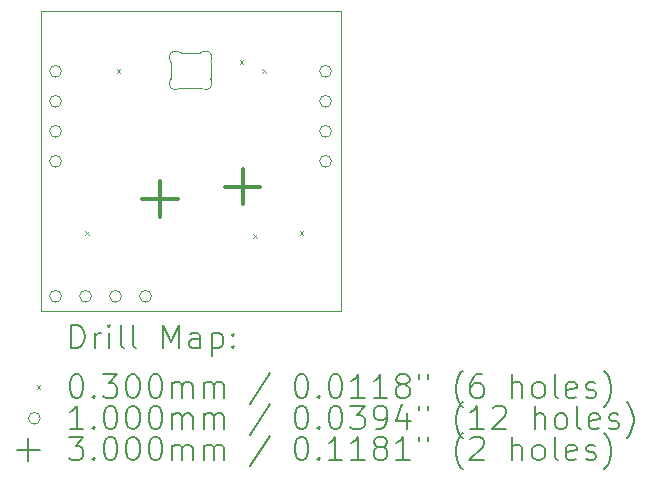
<source format=gbr>
%TF.GenerationSoftware,KiCad,Pcbnew,8.0.5+dfsg-1*%
%TF.CreationDate,2024-10-30T23:40:19+01:00*%
%TF.ProjectId,raddr,72616464-722e-46b6-9963-61645f706362,rev?*%
%TF.SameCoordinates,Original*%
%TF.FileFunction,Drillmap*%
%TF.FilePolarity,Positive*%
%FSLAX45Y45*%
G04 Gerber Fmt 4.5, Leading zero omitted, Abs format (unit mm)*
G04 Created by KiCad (PCBNEW 8.0.5+dfsg-1) date 2024-10-30 23:40:19*
%MOMM*%
%LPD*%
G01*
G04 APERTURE LIST*
%ADD10C,0.050000*%
%ADD11C,0.100000*%
%ADD12C,0.200000*%
%ADD13C,0.300000*%
G04 APERTURE END LIST*
D10*
X-381000Y508000D02*
X2159000Y508000D01*
X2159000Y-2032000D01*
X-381000Y-2032000D01*
X-381000Y508000D01*
D11*
X719000Y77904D02*
X719000Y-62664D01*
X809555Y-142380D02*
X968445Y-142380D01*
X968445Y157620D02*
X809555Y157620D01*
X1059000Y-62664D02*
X1059000Y77904D01*
X714052Y99592D02*
G75*
G02*
X719000Y77904I-44982J-21672D01*
G01*
X714052Y99592D02*
G75*
G02*
X784329Y164450I45051J21688D01*
G01*
X719000Y-62664D02*
G75*
G02*
X714052Y-84352I-50020J4D01*
G01*
X784329Y-149210D02*
G75*
G02*
X714052Y-84352I-25226J43170D01*
G01*
X784329Y-149210D02*
G75*
G02*
X809555Y-142380I25226J-43171D01*
G01*
X809555Y157620D02*
G75*
G02*
X784329Y164450I0J50001D01*
G01*
X968445Y-142380D02*
G75*
G02*
X993671Y-149210I0J-50001D01*
G01*
X993671Y164450D02*
G75*
G02*
X968445Y157620I-25226J43171D01*
G01*
X993671Y164450D02*
G75*
G02*
X1063948Y99592I25226J-43170D01*
G01*
X1059000Y77904D02*
G75*
G02*
X1063948Y99592I49999J0D01*
G01*
X1063948Y-84352D02*
G75*
G02*
X993671Y-149210I-45052J-21688D01*
G01*
X1063948Y-84352D02*
G75*
G02*
X1059000Y-62664I45051J21688D01*
G01*
D12*
D11*
X-2300Y-1356600D02*
X27700Y-1386600D01*
X27700Y-1356600D02*
X-2300Y-1386600D01*
X264400Y15000D02*
X294400Y-15000D01*
X294400Y15000D02*
X264400Y-15000D01*
X1305800Y91200D02*
X1335800Y61200D01*
X1335800Y91200D02*
X1305800Y61200D01*
X1421253Y-1378800D02*
X1451253Y-1408800D01*
X1451253Y-1378800D02*
X1421253Y-1408800D01*
X1496300Y15000D02*
X1526300Y-15000D01*
X1526300Y15000D02*
X1496300Y-15000D01*
X1813800Y-1356600D02*
X1843800Y-1386600D01*
X1843800Y-1356600D02*
X1813800Y-1386600D01*
X-204000Y0D02*
G75*
G02*
X-304000Y0I-50000J0D01*
G01*
X-304000Y0D02*
G75*
G02*
X-204000Y0I50000J0D01*
G01*
X-204000Y-254000D02*
G75*
G02*
X-304000Y-254000I-50000J0D01*
G01*
X-304000Y-254000D02*
G75*
G02*
X-204000Y-254000I50000J0D01*
G01*
X-204000Y-508000D02*
G75*
G02*
X-304000Y-508000I-50000J0D01*
G01*
X-304000Y-508000D02*
G75*
G02*
X-204000Y-508000I50000J0D01*
G01*
X-204000Y-762000D02*
G75*
G02*
X-304000Y-762000I-50000J0D01*
G01*
X-304000Y-762000D02*
G75*
G02*
X-204000Y-762000I50000J0D01*
G01*
X-204000Y-1905000D02*
G75*
G02*
X-304000Y-1905000I-50000J0D01*
G01*
X-304000Y-1905000D02*
G75*
G02*
X-204000Y-1905000I50000J0D01*
G01*
X50000Y-1905000D02*
G75*
G02*
X-50000Y-1905000I-50000J0D01*
G01*
X-50000Y-1905000D02*
G75*
G02*
X50000Y-1905000I50000J0D01*
G01*
X304000Y-1905000D02*
G75*
G02*
X204000Y-1905000I-50000J0D01*
G01*
X204000Y-1905000D02*
G75*
G02*
X304000Y-1905000I50000J0D01*
G01*
X558000Y-1905000D02*
G75*
G02*
X458000Y-1905000I-50000J0D01*
G01*
X458000Y-1905000D02*
G75*
G02*
X558000Y-1905000I50000J0D01*
G01*
X2082000Y0D02*
G75*
G02*
X1982000Y0I-50000J0D01*
G01*
X1982000Y0D02*
G75*
G02*
X2082000Y0I50000J0D01*
G01*
X2082000Y-254000D02*
G75*
G02*
X1982000Y-254000I-50000J0D01*
G01*
X1982000Y-254000D02*
G75*
G02*
X2082000Y-254000I50000J0D01*
G01*
X2082000Y-508000D02*
G75*
G02*
X1982000Y-508000I-50000J0D01*
G01*
X1982000Y-508000D02*
G75*
G02*
X2082000Y-508000I50000J0D01*
G01*
X2082000Y-762000D02*
G75*
G02*
X1982000Y-762000I-50000J0D01*
G01*
X1982000Y-762000D02*
G75*
G02*
X2082000Y-762000I50000J0D01*
G01*
D13*
X629000Y-933000D02*
X629000Y-1233000D01*
X479000Y-1083000D02*
X779000Y-1083000D01*
X1329000Y-828000D02*
X1329000Y-1128000D01*
X1179000Y-978000D02*
X1479000Y-978000D01*
D12*
X-122723Y-2345984D02*
X-122723Y-2145984D01*
X-122723Y-2145984D02*
X-75104Y-2145984D01*
X-75104Y-2145984D02*
X-46533Y-2155508D01*
X-46533Y-2155508D02*
X-27485Y-2174555D01*
X-27485Y-2174555D02*
X-17961Y-2193603D01*
X-17961Y-2193603D02*
X-8437Y-2231698D01*
X-8437Y-2231698D02*
X-8437Y-2260270D01*
X-8437Y-2260270D02*
X-17961Y-2298365D01*
X-17961Y-2298365D02*
X-27485Y-2317412D01*
X-27485Y-2317412D02*
X-46533Y-2336460D01*
X-46533Y-2336460D02*
X-75104Y-2345984D01*
X-75104Y-2345984D02*
X-122723Y-2345984D01*
X77277Y-2345984D02*
X77277Y-2212650D01*
X77277Y-2250746D02*
X86801Y-2231698D01*
X86801Y-2231698D02*
X96324Y-2222174D01*
X96324Y-2222174D02*
X115372Y-2212650D01*
X115372Y-2212650D02*
X134420Y-2212650D01*
X201086Y-2345984D02*
X201086Y-2212650D01*
X201086Y-2145984D02*
X191562Y-2155508D01*
X191562Y-2155508D02*
X201086Y-2165031D01*
X201086Y-2165031D02*
X210610Y-2155508D01*
X210610Y-2155508D02*
X201086Y-2145984D01*
X201086Y-2145984D02*
X201086Y-2165031D01*
X324896Y-2345984D02*
X305848Y-2336460D01*
X305848Y-2336460D02*
X296324Y-2317412D01*
X296324Y-2317412D02*
X296324Y-2145984D01*
X429658Y-2345984D02*
X410610Y-2336460D01*
X410610Y-2336460D02*
X401086Y-2317412D01*
X401086Y-2317412D02*
X401086Y-2145984D01*
X658229Y-2345984D02*
X658229Y-2145984D01*
X658229Y-2145984D02*
X724896Y-2288841D01*
X724896Y-2288841D02*
X791562Y-2145984D01*
X791562Y-2145984D02*
X791562Y-2345984D01*
X972515Y-2345984D02*
X972515Y-2241222D01*
X972515Y-2241222D02*
X962991Y-2222174D01*
X962991Y-2222174D02*
X943943Y-2212650D01*
X943943Y-2212650D02*
X905848Y-2212650D01*
X905848Y-2212650D02*
X886801Y-2222174D01*
X972515Y-2336460D02*
X953467Y-2345984D01*
X953467Y-2345984D02*
X905848Y-2345984D01*
X905848Y-2345984D02*
X886801Y-2336460D01*
X886801Y-2336460D02*
X877277Y-2317412D01*
X877277Y-2317412D02*
X877277Y-2298365D01*
X877277Y-2298365D02*
X886801Y-2279317D01*
X886801Y-2279317D02*
X905848Y-2269793D01*
X905848Y-2269793D02*
X953467Y-2269793D01*
X953467Y-2269793D02*
X972515Y-2260270D01*
X1067753Y-2212650D02*
X1067753Y-2412650D01*
X1067753Y-2222174D02*
X1086801Y-2212650D01*
X1086801Y-2212650D02*
X1124896Y-2212650D01*
X1124896Y-2212650D02*
X1143944Y-2222174D01*
X1143944Y-2222174D02*
X1153467Y-2231698D01*
X1153467Y-2231698D02*
X1162991Y-2250746D01*
X1162991Y-2250746D02*
X1162991Y-2307889D01*
X1162991Y-2307889D02*
X1153467Y-2326936D01*
X1153467Y-2326936D02*
X1143944Y-2336460D01*
X1143944Y-2336460D02*
X1124896Y-2345984D01*
X1124896Y-2345984D02*
X1086801Y-2345984D01*
X1086801Y-2345984D02*
X1067753Y-2336460D01*
X1248705Y-2326936D02*
X1258229Y-2336460D01*
X1258229Y-2336460D02*
X1248705Y-2345984D01*
X1248705Y-2345984D02*
X1239182Y-2336460D01*
X1239182Y-2336460D02*
X1248705Y-2326936D01*
X1248705Y-2326936D02*
X1248705Y-2345984D01*
X1248705Y-2222174D02*
X1258229Y-2231698D01*
X1258229Y-2231698D02*
X1248705Y-2241222D01*
X1248705Y-2241222D02*
X1239182Y-2231698D01*
X1239182Y-2231698D02*
X1248705Y-2222174D01*
X1248705Y-2222174D02*
X1248705Y-2241222D01*
D11*
X-413500Y-2659500D02*
X-383500Y-2689500D01*
X-383500Y-2659500D02*
X-413500Y-2689500D01*
D12*
X-84628Y-2565984D02*
X-65580Y-2565984D01*
X-65580Y-2565984D02*
X-46533Y-2575508D01*
X-46533Y-2575508D02*
X-37009Y-2585031D01*
X-37009Y-2585031D02*
X-27485Y-2604079D01*
X-27485Y-2604079D02*
X-17961Y-2642174D01*
X-17961Y-2642174D02*
X-17961Y-2689793D01*
X-17961Y-2689793D02*
X-27485Y-2727889D01*
X-27485Y-2727889D02*
X-37009Y-2746936D01*
X-37009Y-2746936D02*
X-46533Y-2756460D01*
X-46533Y-2756460D02*
X-65580Y-2765984D01*
X-65580Y-2765984D02*
X-84628Y-2765984D01*
X-84628Y-2765984D02*
X-103675Y-2756460D01*
X-103675Y-2756460D02*
X-113199Y-2746936D01*
X-113199Y-2746936D02*
X-122723Y-2727889D01*
X-122723Y-2727889D02*
X-132247Y-2689793D01*
X-132247Y-2689793D02*
X-132247Y-2642174D01*
X-132247Y-2642174D02*
X-122723Y-2604079D01*
X-122723Y-2604079D02*
X-113199Y-2585031D01*
X-113199Y-2585031D02*
X-103675Y-2575508D01*
X-103675Y-2575508D02*
X-84628Y-2565984D01*
X67753Y-2746936D02*
X77277Y-2756460D01*
X77277Y-2756460D02*
X67753Y-2765984D01*
X67753Y-2765984D02*
X58229Y-2756460D01*
X58229Y-2756460D02*
X67753Y-2746936D01*
X67753Y-2746936D02*
X67753Y-2765984D01*
X143944Y-2565984D02*
X267753Y-2565984D01*
X267753Y-2565984D02*
X201086Y-2642174D01*
X201086Y-2642174D02*
X229658Y-2642174D01*
X229658Y-2642174D02*
X248705Y-2651698D01*
X248705Y-2651698D02*
X258229Y-2661222D01*
X258229Y-2661222D02*
X267753Y-2680270D01*
X267753Y-2680270D02*
X267753Y-2727889D01*
X267753Y-2727889D02*
X258229Y-2746936D01*
X258229Y-2746936D02*
X248705Y-2756460D01*
X248705Y-2756460D02*
X229658Y-2765984D01*
X229658Y-2765984D02*
X172515Y-2765984D01*
X172515Y-2765984D02*
X153467Y-2756460D01*
X153467Y-2756460D02*
X143944Y-2746936D01*
X391562Y-2565984D02*
X410610Y-2565984D01*
X410610Y-2565984D02*
X429658Y-2575508D01*
X429658Y-2575508D02*
X439182Y-2585031D01*
X439182Y-2585031D02*
X448705Y-2604079D01*
X448705Y-2604079D02*
X458229Y-2642174D01*
X458229Y-2642174D02*
X458229Y-2689793D01*
X458229Y-2689793D02*
X448705Y-2727889D01*
X448705Y-2727889D02*
X439182Y-2746936D01*
X439182Y-2746936D02*
X429658Y-2756460D01*
X429658Y-2756460D02*
X410610Y-2765984D01*
X410610Y-2765984D02*
X391562Y-2765984D01*
X391562Y-2765984D02*
X372515Y-2756460D01*
X372515Y-2756460D02*
X362991Y-2746936D01*
X362991Y-2746936D02*
X353467Y-2727889D01*
X353467Y-2727889D02*
X343944Y-2689793D01*
X343944Y-2689793D02*
X343944Y-2642174D01*
X343944Y-2642174D02*
X353467Y-2604079D01*
X353467Y-2604079D02*
X362991Y-2585031D01*
X362991Y-2585031D02*
X372515Y-2575508D01*
X372515Y-2575508D02*
X391562Y-2565984D01*
X582039Y-2565984D02*
X601086Y-2565984D01*
X601086Y-2565984D02*
X620134Y-2575508D01*
X620134Y-2575508D02*
X629658Y-2585031D01*
X629658Y-2585031D02*
X639182Y-2604079D01*
X639182Y-2604079D02*
X648705Y-2642174D01*
X648705Y-2642174D02*
X648705Y-2689793D01*
X648705Y-2689793D02*
X639182Y-2727889D01*
X639182Y-2727889D02*
X629658Y-2746936D01*
X629658Y-2746936D02*
X620134Y-2756460D01*
X620134Y-2756460D02*
X601086Y-2765984D01*
X601086Y-2765984D02*
X582039Y-2765984D01*
X582039Y-2765984D02*
X562991Y-2756460D01*
X562991Y-2756460D02*
X553467Y-2746936D01*
X553467Y-2746936D02*
X543944Y-2727889D01*
X543944Y-2727889D02*
X534420Y-2689793D01*
X534420Y-2689793D02*
X534420Y-2642174D01*
X534420Y-2642174D02*
X543944Y-2604079D01*
X543944Y-2604079D02*
X553467Y-2585031D01*
X553467Y-2585031D02*
X562991Y-2575508D01*
X562991Y-2575508D02*
X582039Y-2565984D01*
X734420Y-2765984D02*
X734420Y-2632650D01*
X734420Y-2651698D02*
X743943Y-2642174D01*
X743943Y-2642174D02*
X762991Y-2632650D01*
X762991Y-2632650D02*
X791563Y-2632650D01*
X791563Y-2632650D02*
X810610Y-2642174D01*
X810610Y-2642174D02*
X820134Y-2661222D01*
X820134Y-2661222D02*
X820134Y-2765984D01*
X820134Y-2661222D02*
X829658Y-2642174D01*
X829658Y-2642174D02*
X848705Y-2632650D01*
X848705Y-2632650D02*
X877277Y-2632650D01*
X877277Y-2632650D02*
X896324Y-2642174D01*
X896324Y-2642174D02*
X905848Y-2661222D01*
X905848Y-2661222D02*
X905848Y-2765984D01*
X1001086Y-2765984D02*
X1001086Y-2632650D01*
X1001086Y-2651698D02*
X1010610Y-2642174D01*
X1010610Y-2642174D02*
X1029658Y-2632650D01*
X1029658Y-2632650D02*
X1058229Y-2632650D01*
X1058229Y-2632650D02*
X1077277Y-2642174D01*
X1077277Y-2642174D02*
X1086801Y-2661222D01*
X1086801Y-2661222D02*
X1086801Y-2765984D01*
X1086801Y-2661222D02*
X1096325Y-2642174D01*
X1096325Y-2642174D02*
X1115372Y-2632650D01*
X1115372Y-2632650D02*
X1143944Y-2632650D01*
X1143944Y-2632650D02*
X1162991Y-2642174D01*
X1162991Y-2642174D02*
X1172515Y-2661222D01*
X1172515Y-2661222D02*
X1172515Y-2765984D01*
X1562991Y-2556460D02*
X1391563Y-2813603D01*
X1820134Y-2565984D02*
X1839182Y-2565984D01*
X1839182Y-2565984D02*
X1858229Y-2575508D01*
X1858229Y-2575508D02*
X1867753Y-2585031D01*
X1867753Y-2585031D02*
X1877277Y-2604079D01*
X1877277Y-2604079D02*
X1886801Y-2642174D01*
X1886801Y-2642174D02*
X1886801Y-2689793D01*
X1886801Y-2689793D02*
X1877277Y-2727889D01*
X1877277Y-2727889D02*
X1867753Y-2746936D01*
X1867753Y-2746936D02*
X1858229Y-2756460D01*
X1858229Y-2756460D02*
X1839182Y-2765984D01*
X1839182Y-2765984D02*
X1820134Y-2765984D01*
X1820134Y-2765984D02*
X1801086Y-2756460D01*
X1801086Y-2756460D02*
X1791563Y-2746936D01*
X1791563Y-2746936D02*
X1782039Y-2727889D01*
X1782039Y-2727889D02*
X1772515Y-2689793D01*
X1772515Y-2689793D02*
X1772515Y-2642174D01*
X1772515Y-2642174D02*
X1782039Y-2604079D01*
X1782039Y-2604079D02*
X1791563Y-2585031D01*
X1791563Y-2585031D02*
X1801086Y-2575508D01*
X1801086Y-2575508D02*
X1820134Y-2565984D01*
X1972515Y-2746936D02*
X1982039Y-2756460D01*
X1982039Y-2756460D02*
X1972515Y-2765984D01*
X1972515Y-2765984D02*
X1962991Y-2756460D01*
X1962991Y-2756460D02*
X1972515Y-2746936D01*
X1972515Y-2746936D02*
X1972515Y-2765984D01*
X2105848Y-2565984D02*
X2124896Y-2565984D01*
X2124896Y-2565984D02*
X2143944Y-2575508D01*
X2143944Y-2575508D02*
X2153468Y-2585031D01*
X2153468Y-2585031D02*
X2162991Y-2604079D01*
X2162991Y-2604079D02*
X2172515Y-2642174D01*
X2172515Y-2642174D02*
X2172515Y-2689793D01*
X2172515Y-2689793D02*
X2162991Y-2727889D01*
X2162991Y-2727889D02*
X2153468Y-2746936D01*
X2153468Y-2746936D02*
X2143944Y-2756460D01*
X2143944Y-2756460D02*
X2124896Y-2765984D01*
X2124896Y-2765984D02*
X2105848Y-2765984D01*
X2105848Y-2765984D02*
X2086801Y-2756460D01*
X2086801Y-2756460D02*
X2077277Y-2746936D01*
X2077277Y-2746936D02*
X2067753Y-2727889D01*
X2067753Y-2727889D02*
X2058229Y-2689793D01*
X2058229Y-2689793D02*
X2058229Y-2642174D01*
X2058229Y-2642174D02*
X2067753Y-2604079D01*
X2067753Y-2604079D02*
X2077277Y-2585031D01*
X2077277Y-2585031D02*
X2086801Y-2575508D01*
X2086801Y-2575508D02*
X2105848Y-2565984D01*
X2362991Y-2765984D02*
X2248706Y-2765984D01*
X2305848Y-2765984D02*
X2305848Y-2565984D01*
X2305848Y-2565984D02*
X2286801Y-2594555D01*
X2286801Y-2594555D02*
X2267753Y-2613603D01*
X2267753Y-2613603D02*
X2248706Y-2623127D01*
X2553468Y-2765984D02*
X2439182Y-2765984D01*
X2496325Y-2765984D02*
X2496325Y-2565984D01*
X2496325Y-2565984D02*
X2477277Y-2594555D01*
X2477277Y-2594555D02*
X2458229Y-2613603D01*
X2458229Y-2613603D02*
X2439182Y-2623127D01*
X2667753Y-2651698D02*
X2648706Y-2642174D01*
X2648706Y-2642174D02*
X2639182Y-2632650D01*
X2639182Y-2632650D02*
X2629658Y-2613603D01*
X2629658Y-2613603D02*
X2629658Y-2604079D01*
X2629658Y-2604079D02*
X2639182Y-2585031D01*
X2639182Y-2585031D02*
X2648706Y-2575508D01*
X2648706Y-2575508D02*
X2667753Y-2565984D01*
X2667753Y-2565984D02*
X2705849Y-2565984D01*
X2705849Y-2565984D02*
X2724896Y-2575508D01*
X2724896Y-2575508D02*
X2734420Y-2585031D01*
X2734420Y-2585031D02*
X2743944Y-2604079D01*
X2743944Y-2604079D02*
X2743944Y-2613603D01*
X2743944Y-2613603D02*
X2734420Y-2632650D01*
X2734420Y-2632650D02*
X2724896Y-2642174D01*
X2724896Y-2642174D02*
X2705849Y-2651698D01*
X2705849Y-2651698D02*
X2667753Y-2651698D01*
X2667753Y-2651698D02*
X2648706Y-2661222D01*
X2648706Y-2661222D02*
X2639182Y-2670746D01*
X2639182Y-2670746D02*
X2629658Y-2689793D01*
X2629658Y-2689793D02*
X2629658Y-2727889D01*
X2629658Y-2727889D02*
X2639182Y-2746936D01*
X2639182Y-2746936D02*
X2648706Y-2756460D01*
X2648706Y-2756460D02*
X2667753Y-2765984D01*
X2667753Y-2765984D02*
X2705849Y-2765984D01*
X2705849Y-2765984D02*
X2724896Y-2756460D01*
X2724896Y-2756460D02*
X2734420Y-2746936D01*
X2734420Y-2746936D02*
X2743944Y-2727889D01*
X2743944Y-2727889D02*
X2743944Y-2689793D01*
X2743944Y-2689793D02*
X2734420Y-2670746D01*
X2734420Y-2670746D02*
X2724896Y-2661222D01*
X2724896Y-2661222D02*
X2705849Y-2651698D01*
X2820134Y-2565984D02*
X2820134Y-2604079D01*
X2896325Y-2565984D02*
X2896325Y-2604079D01*
X3191563Y-2842174D02*
X3182039Y-2832650D01*
X3182039Y-2832650D02*
X3162991Y-2804079D01*
X3162991Y-2804079D02*
X3153468Y-2785031D01*
X3153468Y-2785031D02*
X3143944Y-2756460D01*
X3143944Y-2756460D02*
X3134420Y-2708841D01*
X3134420Y-2708841D02*
X3134420Y-2670746D01*
X3134420Y-2670746D02*
X3143944Y-2623127D01*
X3143944Y-2623127D02*
X3153468Y-2594555D01*
X3153468Y-2594555D02*
X3162991Y-2575508D01*
X3162991Y-2575508D02*
X3182039Y-2546936D01*
X3182039Y-2546936D02*
X3191563Y-2537412D01*
X3353468Y-2565984D02*
X3315372Y-2565984D01*
X3315372Y-2565984D02*
X3296325Y-2575508D01*
X3296325Y-2575508D02*
X3286801Y-2585031D01*
X3286801Y-2585031D02*
X3267753Y-2613603D01*
X3267753Y-2613603D02*
X3258229Y-2651698D01*
X3258229Y-2651698D02*
X3258229Y-2727889D01*
X3258229Y-2727889D02*
X3267753Y-2746936D01*
X3267753Y-2746936D02*
X3277277Y-2756460D01*
X3277277Y-2756460D02*
X3296325Y-2765984D01*
X3296325Y-2765984D02*
X3334420Y-2765984D01*
X3334420Y-2765984D02*
X3353468Y-2756460D01*
X3353468Y-2756460D02*
X3362991Y-2746936D01*
X3362991Y-2746936D02*
X3372515Y-2727889D01*
X3372515Y-2727889D02*
X3372515Y-2680270D01*
X3372515Y-2680270D02*
X3362991Y-2661222D01*
X3362991Y-2661222D02*
X3353468Y-2651698D01*
X3353468Y-2651698D02*
X3334420Y-2642174D01*
X3334420Y-2642174D02*
X3296325Y-2642174D01*
X3296325Y-2642174D02*
X3277277Y-2651698D01*
X3277277Y-2651698D02*
X3267753Y-2661222D01*
X3267753Y-2661222D02*
X3258229Y-2680270D01*
X3610610Y-2765984D02*
X3610610Y-2565984D01*
X3696325Y-2765984D02*
X3696325Y-2661222D01*
X3696325Y-2661222D02*
X3686801Y-2642174D01*
X3686801Y-2642174D02*
X3667753Y-2632650D01*
X3667753Y-2632650D02*
X3639182Y-2632650D01*
X3639182Y-2632650D02*
X3620134Y-2642174D01*
X3620134Y-2642174D02*
X3610610Y-2651698D01*
X3820134Y-2765984D02*
X3801087Y-2756460D01*
X3801087Y-2756460D02*
X3791563Y-2746936D01*
X3791563Y-2746936D02*
X3782039Y-2727889D01*
X3782039Y-2727889D02*
X3782039Y-2670746D01*
X3782039Y-2670746D02*
X3791563Y-2651698D01*
X3791563Y-2651698D02*
X3801087Y-2642174D01*
X3801087Y-2642174D02*
X3820134Y-2632650D01*
X3820134Y-2632650D02*
X3848706Y-2632650D01*
X3848706Y-2632650D02*
X3867753Y-2642174D01*
X3867753Y-2642174D02*
X3877277Y-2651698D01*
X3877277Y-2651698D02*
X3886801Y-2670746D01*
X3886801Y-2670746D02*
X3886801Y-2727889D01*
X3886801Y-2727889D02*
X3877277Y-2746936D01*
X3877277Y-2746936D02*
X3867753Y-2756460D01*
X3867753Y-2756460D02*
X3848706Y-2765984D01*
X3848706Y-2765984D02*
X3820134Y-2765984D01*
X4001087Y-2765984D02*
X3982039Y-2756460D01*
X3982039Y-2756460D02*
X3972515Y-2737412D01*
X3972515Y-2737412D02*
X3972515Y-2565984D01*
X4153468Y-2756460D02*
X4134420Y-2765984D01*
X4134420Y-2765984D02*
X4096325Y-2765984D01*
X4096325Y-2765984D02*
X4077277Y-2756460D01*
X4077277Y-2756460D02*
X4067753Y-2737412D01*
X4067753Y-2737412D02*
X4067753Y-2661222D01*
X4067753Y-2661222D02*
X4077277Y-2642174D01*
X4077277Y-2642174D02*
X4096325Y-2632650D01*
X4096325Y-2632650D02*
X4134420Y-2632650D01*
X4134420Y-2632650D02*
X4153468Y-2642174D01*
X4153468Y-2642174D02*
X4162991Y-2661222D01*
X4162991Y-2661222D02*
X4162991Y-2680270D01*
X4162991Y-2680270D02*
X4067753Y-2699317D01*
X4239182Y-2756460D02*
X4258230Y-2765984D01*
X4258230Y-2765984D02*
X4296325Y-2765984D01*
X4296325Y-2765984D02*
X4315373Y-2756460D01*
X4315373Y-2756460D02*
X4324896Y-2737412D01*
X4324896Y-2737412D02*
X4324896Y-2727889D01*
X4324896Y-2727889D02*
X4315373Y-2708841D01*
X4315373Y-2708841D02*
X4296325Y-2699317D01*
X4296325Y-2699317D02*
X4267753Y-2699317D01*
X4267753Y-2699317D02*
X4248706Y-2689793D01*
X4248706Y-2689793D02*
X4239182Y-2670746D01*
X4239182Y-2670746D02*
X4239182Y-2661222D01*
X4239182Y-2661222D02*
X4248706Y-2642174D01*
X4248706Y-2642174D02*
X4267753Y-2632650D01*
X4267753Y-2632650D02*
X4296325Y-2632650D01*
X4296325Y-2632650D02*
X4315373Y-2642174D01*
X4391563Y-2842174D02*
X4401087Y-2832650D01*
X4401087Y-2832650D02*
X4420134Y-2804079D01*
X4420134Y-2804079D02*
X4429658Y-2785031D01*
X4429658Y-2785031D02*
X4439182Y-2756460D01*
X4439182Y-2756460D02*
X4448706Y-2708841D01*
X4448706Y-2708841D02*
X4448706Y-2670746D01*
X4448706Y-2670746D02*
X4439182Y-2623127D01*
X4439182Y-2623127D02*
X4429658Y-2594555D01*
X4429658Y-2594555D02*
X4420134Y-2575508D01*
X4420134Y-2575508D02*
X4401087Y-2546936D01*
X4401087Y-2546936D02*
X4391563Y-2537412D01*
D11*
X-383500Y-2938500D02*
G75*
G02*
X-483500Y-2938500I-50000J0D01*
G01*
X-483500Y-2938500D02*
G75*
G02*
X-383500Y-2938500I50000J0D01*
G01*
D12*
X-17961Y-3029984D02*
X-132247Y-3029984D01*
X-75104Y-3029984D02*
X-75104Y-2829984D01*
X-75104Y-2829984D02*
X-94152Y-2858555D01*
X-94152Y-2858555D02*
X-113199Y-2877603D01*
X-113199Y-2877603D02*
X-132247Y-2887127D01*
X67753Y-3010936D02*
X77277Y-3020460D01*
X77277Y-3020460D02*
X67753Y-3029984D01*
X67753Y-3029984D02*
X58229Y-3020460D01*
X58229Y-3020460D02*
X67753Y-3010936D01*
X67753Y-3010936D02*
X67753Y-3029984D01*
X201086Y-2829984D02*
X220134Y-2829984D01*
X220134Y-2829984D02*
X239182Y-2839508D01*
X239182Y-2839508D02*
X248705Y-2849031D01*
X248705Y-2849031D02*
X258229Y-2868079D01*
X258229Y-2868079D02*
X267753Y-2906174D01*
X267753Y-2906174D02*
X267753Y-2953793D01*
X267753Y-2953793D02*
X258229Y-2991888D01*
X258229Y-2991888D02*
X248705Y-3010936D01*
X248705Y-3010936D02*
X239182Y-3020460D01*
X239182Y-3020460D02*
X220134Y-3029984D01*
X220134Y-3029984D02*
X201086Y-3029984D01*
X201086Y-3029984D02*
X182039Y-3020460D01*
X182039Y-3020460D02*
X172515Y-3010936D01*
X172515Y-3010936D02*
X162991Y-2991888D01*
X162991Y-2991888D02*
X153467Y-2953793D01*
X153467Y-2953793D02*
X153467Y-2906174D01*
X153467Y-2906174D02*
X162991Y-2868079D01*
X162991Y-2868079D02*
X172515Y-2849031D01*
X172515Y-2849031D02*
X182039Y-2839508D01*
X182039Y-2839508D02*
X201086Y-2829984D01*
X391562Y-2829984D02*
X410610Y-2829984D01*
X410610Y-2829984D02*
X429658Y-2839508D01*
X429658Y-2839508D02*
X439182Y-2849031D01*
X439182Y-2849031D02*
X448705Y-2868079D01*
X448705Y-2868079D02*
X458229Y-2906174D01*
X458229Y-2906174D02*
X458229Y-2953793D01*
X458229Y-2953793D02*
X448705Y-2991888D01*
X448705Y-2991888D02*
X439182Y-3010936D01*
X439182Y-3010936D02*
X429658Y-3020460D01*
X429658Y-3020460D02*
X410610Y-3029984D01*
X410610Y-3029984D02*
X391562Y-3029984D01*
X391562Y-3029984D02*
X372515Y-3020460D01*
X372515Y-3020460D02*
X362991Y-3010936D01*
X362991Y-3010936D02*
X353467Y-2991888D01*
X353467Y-2991888D02*
X343944Y-2953793D01*
X343944Y-2953793D02*
X343944Y-2906174D01*
X343944Y-2906174D02*
X353467Y-2868079D01*
X353467Y-2868079D02*
X362991Y-2849031D01*
X362991Y-2849031D02*
X372515Y-2839508D01*
X372515Y-2839508D02*
X391562Y-2829984D01*
X582039Y-2829984D02*
X601086Y-2829984D01*
X601086Y-2829984D02*
X620134Y-2839508D01*
X620134Y-2839508D02*
X629658Y-2849031D01*
X629658Y-2849031D02*
X639182Y-2868079D01*
X639182Y-2868079D02*
X648705Y-2906174D01*
X648705Y-2906174D02*
X648705Y-2953793D01*
X648705Y-2953793D02*
X639182Y-2991888D01*
X639182Y-2991888D02*
X629658Y-3010936D01*
X629658Y-3010936D02*
X620134Y-3020460D01*
X620134Y-3020460D02*
X601086Y-3029984D01*
X601086Y-3029984D02*
X582039Y-3029984D01*
X582039Y-3029984D02*
X562991Y-3020460D01*
X562991Y-3020460D02*
X553467Y-3010936D01*
X553467Y-3010936D02*
X543944Y-2991888D01*
X543944Y-2991888D02*
X534420Y-2953793D01*
X534420Y-2953793D02*
X534420Y-2906174D01*
X534420Y-2906174D02*
X543944Y-2868079D01*
X543944Y-2868079D02*
X553467Y-2849031D01*
X553467Y-2849031D02*
X562991Y-2839508D01*
X562991Y-2839508D02*
X582039Y-2829984D01*
X734420Y-3029984D02*
X734420Y-2896650D01*
X734420Y-2915698D02*
X743943Y-2906174D01*
X743943Y-2906174D02*
X762991Y-2896650D01*
X762991Y-2896650D02*
X791563Y-2896650D01*
X791563Y-2896650D02*
X810610Y-2906174D01*
X810610Y-2906174D02*
X820134Y-2925222D01*
X820134Y-2925222D02*
X820134Y-3029984D01*
X820134Y-2925222D02*
X829658Y-2906174D01*
X829658Y-2906174D02*
X848705Y-2896650D01*
X848705Y-2896650D02*
X877277Y-2896650D01*
X877277Y-2896650D02*
X896324Y-2906174D01*
X896324Y-2906174D02*
X905848Y-2925222D01*
X905848Y-2925222D02*
X905848Y-3029984D01*
X1001086Y-3029984D02*
X1001086Y-2896650D01*
X1001086Y-2915698D02*
X1010610Y-2906174D01*
X1010610Y-2906174D02*
X1029658Y-2896650D01*
X1029658Y-2896650D02*
X1058229Y-2896650D01*
X1058229Y-2896650D02*
X1077277Y-2906174D01*
X1077277Y-2906174D02*
X1086801Y-2925222D01*
X1086801Y-2925222D02*
X1086801Y-3029984D01*
X1086801Y-2925222D02*
X1096325Y-2906174D01*
X1096325Y-2906174D02*
X1115372Y-2896650D01*
X1115372Y-2896650D02*
X1143944Y-2896650D01*
X1143944Y-2896650D02*
X1162991Y-2906174D01*
X1162991Y-2906174D02*
X1172515Y-2925222D01*
X1172515Y-2925222D02*
X1172515Y-3029984D01*
X1562991Y-2820460D02*
X1391563Y-3077603D01*
X1820134Y-2829984D02*
X1839182Y-2829984D01*
X1839182Y-2829984D02*
X1858229Y-2839508D01*
X1858229Y-2839508D02*
X1867753Y-2849031D01*
X1867753Y-2849031D02*
X1877277Y-2868079D01*
X1877277Y-2868079D02*
X1886801Y-2906174D01*
X1886801Y-2906174D02*
X1886801Y-2953793D01*
X1886801Y-2953793D02*
X1877277Y-2991888D01*
X1877277Y-2991888D02*
X1867753Y-3010936D01*
X1867753Y-3010936D02*
X1858229Y-3020460D01*
X1858229Y-3020460D02*
X1839182Y-3029984D01*
X1839182Y-3029984D02*
X1820134Y-3029984D01*
X1820134Y-3029984D02*
X1801086Y-3020460D01*
X1801086Y-3020460D02*
X1791563Y-3010936D01*
X1791563Y-3010936D02*
X1782039Y-2991888D01*
X1782039Y-2991888D02*
X1772515Y-2953793D01*
X1772515Y-2953793D02*
X1772515Y-2906174D01*
X1772515Y-2906174D02*
X1782039Y-2868079D01*
X1782039Y-2868079D02*
X1791563Y-2849031D01*
X1791563Y-2849031D02*
X1801086Y-2839508D01*
X1801086Y-2839508D02*
X1820134Y-2829984D01*
X1972515Y-3010936D02*
X1982039Y-3020460D01*
X1982039Y-3020460D02*
X1972515Y-3029984D01*
X1972515Y-3029984D02*
X1962991Y-3020460D01*
X1962991Y-3020460D02*
X1972515Y-3010936D01*
X1972515Y-3010936D02*
X1972515Y-3029984D01*
X2105848Y-2829984D02*
X2124896Y-2829984D01*
X2124896Y-2829984D02*
X2143944Y-2839508D01*
X2143944Y-2839508D02*
X2153468Y-2849031D01*
X2153468Y-2849031D02*
X2162991Y-2868079D01*
X2162991Y-2868079D02*
X2172515Y-2906174D01*
X2172515Y-2906174D02*
X2172515Y-2953793D01*
X2172515Y-2953793D02*
X2162991Y-2991888D01*
X2162991Y-2991888D02*
X2153468Y-3010936D01*
X2153468Y-3010936D02*
X2143944Y-3020460D01*
X2143944Y-3020460D02*
X2124896Y-3029984D01*
X2124896Y-3029984D02*
X2105848Y-3029984D01*
X2105848Y-3029984D02*
X2086801Y-3020460D01*
X2086801Y-3020460D02*
X2077277Y-3010936D01*
X2077277Y-3010936D02*
X2067753Y-2991888D01*
X2067753Y-2991888D02*
X2058229Y-2953793D01*
X2058229Y-2953793D02*
X2058229Y-2906174D01*
X2058229Y-2906174D02*
X2067753Y-2868079D01*
X2067753Y-2868079D02*
X2077277Y-2849031D01*
X2077277Y-2849031D02*
X2086801Y-2839508D01*
X2086801Y-2839508D02*
X2105848Y-2829984D01*
X2239182Y-2829984D02*
X2362991Y-2829984D01*
X2362991Y-2829984D02*
X2296325Y-2906174D01*
X2296325Y-2906174D02*
X2324896Y-2906174D01*
X2324896Y-2906174D02*
X2343944Y-2915698D01*
X2343944Y-2915698D02*
X2353468Y-2925222D01*
X2353468Y-2925222D02*
X2362991Y-2944269D01*
X2362991Y-2944269D02*
X2362991Y-2991888D01*
X2362991Y-2991888D02*
X2353468Y-3010936D01*
X2353468Y-3010936D02*
X2343944Y-3020460D01*
X2343944Y-3020460D02*
X2324896Y-3029984D01*
X2324896Y-3029984D02*
X2267753Y-3029984D01*
X2267753Y-3029984D02*
X2248706Y-3020460D01*
X2248706Y-3020460D02*
X2239182Y-3010936D01*
X2458229Y-3029984D02*
X2496325Y-3029984D01*
X2496325Y-3029984D02*
X2515372Y-3020460D01*
X2515372Y-3020460D02*
X2524896Y-3010936D01*
X2524896Y-3010936D02*
X2543944Y-2982365D01*
X2543944Y-2982365D02*
X2553468Y-2944269D01*
X2553468Y-2944269D02*
X2553468Y-2868079D01*
X2553468Y-2868079D02*
X2543944Y-2849031D01*
X2543944Y-2849031D02*
X2534420Y-2839508D01*
X2534420Y-2839508D02*
X2515372Y-2829984D01*
X2515372Y-2829984D02*
X2477277Y-2829984D01*
X2477277Y-2829984D02*
X2458229Y-2839508D01*
X2458229Y-2839508D02*
X2448706Y-2849031D01*
X2448706Y-2849031D02*
X2439182Y-2868079D01*
X2439182Y-2868079D02*
X2439182Y-2915698D01*
X2439182Y-2915698D02*
X2448706Y-2934746D01*
X2448706Y-2934746D02*
X2458229Y-2944269D01*
X2458229Y-2944269D02*
X2477277Y-2953793D01*
X2477277Y-2953793D02*
X2515372Y-2953793D01*
X2515372Y-2953793D02*
X2534420Y-2944269D01*
X2534420Y-2944269D02*
X2543944Y-2934746D01*
X2543944Y-2934746D02*
X2553468Y-2915698D01*
X2724896Y-2896650D02*
X2724896Y-3029984D01*
X2677277Y-2820460D02*
X2629658Y-2963317D01*
X2629658Y-2963317D02*
X2753468Y-2963317D01*
X2820134Y-2829984D02*
X2820134Y-2868079D01*
X2896325Y-2829984D02*
X2896325Y-2868079D01*
X3191563Y-3106174D02*
X3182039Y-3096650D01*
X3182039Y-3096650D02*
X3162991Y-3068079D01*
X3162991Y-3068079D02*
X3153468Y-3049031D01*
X3153468Y-3049031D02*
X3143944Y-3020460D01*
X3143944Y-3020460D02*
X3134420Y-2972841D01*
X3134420Y-2972841D02*
X3134420Y-2934746D01*
X3134420Y-2934746D02*
X3143944Y-2887127D01*
X3143944Y-2887127D02*
X3153468Y-2858555D01*
X3153468Y-2858555D02*
X3162991Y-2839508D01*
X3162991Y-2839508D02*
X3182039Y-2810936D01*
X3182039Y-2810936D02*
X3191563Y-2801412D01*
X3372515Y-3029984D02*
X3258229Y-3029984D01*
X3315372Y-3029984D02*
X3315372Y-2829984D01*
X3315372Y-2829984D02*
X3296325Y-2858555D01*
X3296325Y-2858555D02*
X3277277Y-2877603D01*
X3277277Y-2877603D02*
X3258229Y-2887127D01*
X3448706Y-2849031D02*
X3458229Y-2839508D01*
X3458229Y-2839508D02*
X3477277Y-2829984D01*
X3477277Y-2829984D02*
X3524896Y-2829984D01*
X3524896Y-2829984D02*
X3543944Y-2839508D01*
X3543944Y-2839508D02*
X3553468Y-2849031D01*
X3553468Y-2849031D02*
X3562991Y-2868079D01*
X3562991Y-2868079D02*
X3562991Y-2887127D01*
X3562991Y-2887127D02*
X3553468Y-2915698D01*
X3553468Y-2915698D02*
X3439182Y-3029984D01*
X3439182Y-3029984D02*
X3562991Y-3029984D01*
X3801087Y-3029984D02*
X3801087Y-2829984D01*
X3886801Y-3029984D02*
X3886801Y-2925222D01*
X3886801Y-2925222D02*
X3877277Y-2906174D01*
X3877277Y-2906174D02*
X3858230Y-2896650D01*
X3858230Y-2896650D02*
X3829658Y-2896650D01*
X3829658Y-2896650D02*
X3810610Y-2906174D01*
X3810610Y-2906174D02*
X3801087Y-2915698D01*
X4010610Y-3029984D02*
X3991563Y-3020460D01*
X3991563Y-3020460D02*
X3982039Y-3010936D01*
X3982039Y-3010936D02*
X3972515Y-2991888D01*
X3972515Y-2991888D02*
X3972515Y-2934746D01*
X3972515Y-2934746D02*
X3982039Y-2915698D01*
X3982039Y-2915698D02*
X3991563Y-2906174D01*
X3991563Y-2906174D02*
X4010610Y-2896650D01*
X4010610Y-2896650D02*
X4039182Y-2896650D01*
X4039182Y-2896650D02*
X4058230Y-2906174D01*
X4058230Y-2906174D02*
X4067753Y-2915698D01*
X4067753Y-2915698D02*
X4077277Y-2934746D01*
X4077277Y-2934746D02*
X4077277Y-2991888D01*
X4077277Y-2991888D02*
X4067753Y-3010936D01*
X4067753Y-3010936D02*
X4058230Y-3020460D01*
X4058230Y-3020460D02*
X4039182Y-3029984D01*
X4039182Y-3029984D02*
X4010610Y-3029984D01*
X4191563Y-3029984D02*
X4172515Y-3020460D01*
X4172515Y-3020460D02*
X4162991Y-3001412D01*
X4162991Y-3001412D02*
X4162991Y-2829984D01*
X4343944Y-3020460D02*
X4324896Y-3029984D01*
X4324896Y-3029984D02*
X4286801Y-3029984D01*
X4286801Y-3029984D02*
X4267753Y-3020460D01*
X4267753Y-3020460D02*
X4258230Y-3001412D01*
X4258230Y-3001412D02*
X4258230Y-2925222D01*
X4258230Y-2925222D02*
X4267753Y-2906174D01*
X4267753Y-2906174D02*
X4286801Y-2896650D01*
X4286801Y-2896650D02*
X4324896Y-2896650D01*
X4324896Y-2896650D02*
X4343944Y-2906174D01*
X4343944Y-2906174D02*
X4353468Y-2925222D01*
X4353468Y-2925222D02*
X4353468Y-2944269D01*
X4353468Y-2944269D02*
X4258230Y-2963317D01*
X4429658Y-3020460D02*
X4448706Y-3029984D01*
X4448706Y-3029984D02*
X4486801Y-3029984D01*
X4486801Y-3029984D02*
X4505849Y-3020460D01*
X4505849Y-3020460D02*
X4515373Y-3001412D01*
X4515373Y-3001412D02*
X4515373Y-2991888D01*
X4515373Y-2991888D02*
X4505849Y-2972841D01*
X4505849Y-2972841D02*
X4486801Y-2963317D01*
X4486801Y-2963317D02*
X4458230Y-2963317D01*
X4458230Y-2963317D02*
X4439182Y-2953793D01*
X4439182Y-2953793D02*
X4429658Y-2934746D01*
X4429658Y-2934746D02*
X4429658Y-2925222D01*
X4429658Y-2925222D02*
X4439182Y-2906174D01*
X4439182Y-2906174D02*
X4458230Y-2896650D01*
X4458230Y-2896650D02*
X4486801Y-2896650D01*
X4486801Y-2896650D02*
X4505849Y-2906174D01*
X4582039Y-3106174D02*
X4591563Y-3096650D01*
X4591563Y-3096650D02*
X4610611Y-3068079D01*
X4610611Y-3068079D02*
X4620134Y-3049031D01*
X4620134Y-3049031D02*
X4629658Y-3020460D01*
X4629658Y-3020460D02*
X4639182Y-2972841D01*
X4639182Y-2972841D02*
X4639182Y-2934746D01*
X4639182Y-2934746D02*
X4629658Y-2887127D01*
X4629658Y-2887127D02*
X4620134Y-2858555D01*
X4620134Y-2858555D02*
X4610611Y-2839508D01*
X4610611Y-2839508D02*
X4591563Y-2810936D01*
X4591563Y-2810936D02*
X4582039Y-2801412D01*
X-483500Y-3102500D02*
X-483500Y-3302500D01*
X-583500Y-3202500D02*
X-383500Y-3202500D01*
X-141771Y-3093984D02*
X-17961Y-3093984D01*
X-17961Y-3093984D02*
X-84628Y-3170174D01*
X-84628Y-3170174D02*
X-56056Y-3170174D01*
X-56056Y-3170174D02*
X-37009Y-3179698D01*
X-37009Y-3179698D02*
X-27485Y-3189222D01*
X-27485Y-3189222D02*
X-17961Y-3208269D01*
X-17961Y-3208269D02*
X-17961Y-3255888D01*
X-17961Y-3255888D02*
X-27485Y-3274936D01*
X-27485Y-3274936D02*
X-37009Y-3284460D01*
X-37009Y-3284460D02*
X-56056Y-3293984D01*
X-56056Y-3293984D02*
X-113199Y-3293984D01*
X-113199Y-3293984D02*
X-132247Y-3284460D01*
X-132247Y-3284460D02*
X-141771Y-3274936D01*
X67753Y-3274936D02*
X77277Y-3284460D01*
X77277Y-3284460D02*
X67753Y-3293984D01*
X67753Y-3293984D02*
X58229Y-3284460D01*
X58229Y-3284460D02*
X67753Y-3274936D01*
X67753Y-3274936D02*
X67753Y-3293984D01*
X201086Y-3093984D02*
X220134Y-3093984D01*
X220134Y-3093984D02*
X239182Y-3103508D01*
X239182Y-3103508D02*
X248705Y-3113031D01*
X248705Y-3113031D02*
X258229Y-3132079D01*
X258229Y-3132079D02*
X267753Y-3170174D01*
X267753Y-3170174D02*
X267753Y-3217793D01*
X267753Y-3217793D02*
X258229Y-3255888D01*
X258229Y-3255888D02*
X248705Y-3274936D01*
X248705Y-3274936D02*
X239182Y-3284460D01*
X239182Y-3284460D02*
X220134Y-3293984D01*
X220134Y-3293984D02*
X201086Y-3293984D01*
X201086Y-3293984D02*
X182039Y-3284460D01*
X182039Y-3284460D02*
X172515Y-3274936D01*
X172515Y-3274936D02*
X162991Y-3255888D01*
X162991Y-3255888D02*
X153467Y-3217793D01*
X153467Y-3217793D02*
X153467Y-3170174D01*
X153467Y-3170174D02*
X162991Y-3132079D01*
X162991Y-3132079D02*
X172515Y-3113031D01*
X172515Y-3113031D02*
X182039Y-3103508D01*
X182039Y-3103508D02*
X201086Y-3093984D01*
X391562Y-3093984D02*
X410610Y-3093984D01*
X410610Y-3093984D02*
X429658Y-3103508D01*
X429658Y-3103508D02*
X439182Y-3113031D01*
X439182Y-3113031D02*
X448705Y-3132079D01*
X448705Y-3132079D02*
X458229Y-3170174D01*
X458229Y-3170174D02*
X458229Y-3217793D01*
X458229Y-3217793D02*
X448705Y-3255888D01*
X448705Y-3255888D02*
X439182Y-3274936D01*
X439182Y-3274936D02*
X429658Y-3284460D01*
X429658Y-3284460D02*
X410610Y-3293984D01*
X410610Y-3293984D02*
X391562Y-3293984D01*
X391562Y-3293984D02*
X372515Y-3284460D01*
X372515Y-3284460D02*
X362991Y-3274936D01*
X362991Y-3274936D02*
X353467Y-3255888D01*
X353467Y-3255888D02*
X343944Y-3217793D01*
X343944Y-3217793D02*
X343944Y-3170174D01*
X343944Y-3170174D02*
X353467Y-3132079D01*
X353467Y-3132079D02*
X362991Y-3113031D01*
X362991Y-3113031D02*
X372515Y-3103508D01*
X372515Y-3103508D02*
X391562Y-3093984D01*
X582039Y-3093984D02*
X601086Y-3093984D01*
X601086Y-3093984D02*
X620134Y-3103508D01*
X620134Y-3103508D02*
X629658Y-3113031D01*
X629658Y-3113031D02*
X639182Y-3132079D01*
X639182Y-3132079D02*
X648705Y-3170174D01*
X648705Y-3170174D02*
X648705Y-3217793D01*
X648705Y-3217793D02*
X639182Y-3255888D01*
X639182Y-3255888D02*
X629658Y-3274936D01*
X629658Y-3274936D02*
X620134Y-3284460D01*
X620134Y-3284460D02*
X601086Y-3293984D01*
X601086Y-3293984D02*
X582039Y-3293984D01*
X582039Y-3293984D02*
X562991Y-3284460D01*
X562991Y-3284460D02*
X553467Y-3274936D01*
X553467Y-3274936D02*
X543944Y-3255888D01*
X543944Y-3255888D02*
X534420Y-3217793D01*
X534420Y-3217793D02*
X534420Y-3170174D01*
X534420Y-3170174D02*
X543944Y-3132079D01*
X543944Y-3132079D02*
X553467Y-3113031D01*
X553467Y-3113031D02*
X562991Y-3103508D01*
X562991Y-3103508D02*
X582039Y-3093984D01*
X734420Y-3293984D02*
X734420Y-3160650D01*
X734420Y-3179698D02*
X743943Y-3170174D01*
X743943Y-3170174D02*
X762991Y-3160650D01*
X762991Y-3160650D02*
X791563Y-3160650D01*
X791563Y-3160650D02*
X810610Y-3170174D01*
X810610Y-3170174D02*
X820134Y-3189222D01*
X820134Y-3189222D02*
X820134Y-3293984D01*
X820134Y-3189222D02*
X829658Y-3170174D01*
X829658Y-3170174D02*
X848705Y-3160650D01*
X848705Y-3160650D02*
X877277Y-3160650D01*
X877277Y-3160650D02*
X896324Y-3170174D01*
X896324Y-3170174D02*
X905848Y-3189222D01*
X905848Y-3189222D02*
X905848Y-3293984D01*
X1001086Y-3293984D02*
X1001086Y-3160650D01*
X1001086Y-3179698D02*
X1010610Y-3170174D01*
X1010610Y-3170174D02*
X1029658Y-3160650D01*
X1029658Y-3160650D02*
X1058229Y-3160650D01*
X1058229Y-3160650D02*
X1077277Y-3170174D01*
X1077277Y-3170174D02*
X1086801Y-3189222D01*
X1086801Y-3189222D02*
X1086801Y-3293984D01*
X1086801Y-3189222D02*
X1096325Y-3170174D01*
X1096325Y-3170174D02*
X1115372Y-3160650D01*
X1115372Y-3160650D02*
X1143944Y-3160650D01*
X1143944Y-3160650D02*
X1162991Y-3170174D01*
X1162991Y-3170174D02*
X1172515Y-3189222D01*
X1172515Y-3189222D02*
X1172515Y-3293984D01*
X1562991Y-3084460D02*
X1391563Y-3341603D01*
X1820134Y-3093984D02*
X1839182Y-3093984D01*
X1839182Y-3093984D02*
X1858229Y-3103508D01*
X1858229Y-3103508D02*
X1867753Y-3113031D01*
X1867753Y-3113031D02*
X1877277Y-3132079D01*
X1877277Y-3132079D02*
X1886801Y-3170174D01*
X1886801Y-3170174D02*
X1886801Y-3217793D01*
X1886801Y-3217793D02*
X1877277Y-3255888D01*
X1877277Y-3255888D02*
X1867753Y-3274936D01*
X1867753Y-3274936D02*
X1858229Y-3284460D01*
X1858229Y-3284460D02*
X1839182Y-3293984D01*
X1839182Y-3293984D02*
X1820134Y-3293984D01*
X1820134Y-3293984D02*
X1801086Y-3284460D01*
X1801086Y-3284460D02*
X1791563Y-3274936D01*
X1791563Y-3274936D02*
X1782039Y-3255888D01*
X1782039Y-3255888D02*
X1772515Y-3217793D01*
X1772515Y-3217793D02*
X1772515Y-3170174D01*
X1772515Y-3170174D02*
X1782039Y-3132079D01*
X1782039Y-3132079D02*
X1791563Y-3113031D01*
X1791563Y-3113031D02*
X1801086Y-3103508D01*
X1801086Y-3103508D02*
X1820134Y-3093984D01*
X1972515Y-3274936D02*
X1982039Y-3284460D01*
X1982039Y-3284460D02*
X1972515Y-3293984D01*
X1972515Y-3293984D02*
X1962991Y-3284460D01*
X1962991Y-3284460D02*
X1972515Y-3274936D01*
X1972515Y-3274936D02*
X1972515Y-3293984D01*
X2172515Y-3293984D02*
X2058229Y-3293984D01*
X2115372Y-3293984D02*
X2115372Y-3093984D01*
X2115372Y-3093984D02*
X2096325Y-3122555D01*
X2096325Y-3122555D02*
X2077277Y-3141603D01*
X2077277Y-3141603D02*
X2058229Y-3151127D01*
X2362991Y-3293984D02*
X2248706Y-3293984D01*
X2305848Y-3293984D02*
X2305848Y-3093984D01*
X2305848Y-3093984D02*
X2286801Y-3122555D01*
X2286801Y-3122555D02*
X2267753Y-3141603D01*
X2267753Y-3141603D02*
X2248706Y-3151127D01*
X2477277Y-3179698D02*
X2458229Y-3170174D01*
X2458229Y-3170174D02*
X2448706Y-3160650D01*
X2448706Y-3160650D02*
X2439182Y-3141603D01*
X2439182Y-3141603D02*
X2439182Y-3132079D01*
X2439182Y-3132079D02*
X2448706Y-3113031D01*
X2448706Y-3113031D02*
X2458229Y-3103508D01*
X2458229Y-3103508D02*
X2477277Y-3093984D01*
X2477277Y-3093984D02*
X2515372Y-3093984D01*
X2515372Y-3093984D02*
X2534420Y-3103508D01*
X2534420Y-3103508D02*
X2543944Y-3113031D01*
X2543944Y-3113031D02*
X2553468Y-3132079D01*
X2553468Y-3132079D02*
X2553468Y-3141603D01*
X2553468Y-3141603D02*
X2543944Y-3160650D01*
X2543944Y-3160650D02*
X2534420Y-3170174D01*
X2534420Y-3170174D02*
X2515372Y-3179698D01*
X2515372Y-3179698D02*
X2477277Y-3179698D01*
X2477277Y-3179698D02*
X2458229Y-3189222D01*
X2458229Y-3189222D02*
X2448706Y-3198746D01*
X2448706Y-3198746D02*
X2439182Y-3217793D01*
X2439182Y-3217793D02*
X2439182Y-3255888D01*
X2439182Y-3255888D02*
X2448706Y-3274936D01*
X2448706Y-3274936D02*
X2458229Y-3284460D01*
X2458229Y-3284460D02*
X2477277Y-3293984D01*
X2477277Y-3293984D02*
X2515372Y-3293984D01*
X2515372Y-3293984D02*
X2534420Y-3284460D01*
X2534420Y-3284460D02*
X2543944Y-3274936D01*
X2543944Y-3274936D02*
X2553468Y-3255888D01*
X2553468Y-3255888D02*
X2553468Y-3217793D01*
X2553468Y-3217793D02*
X2543944Y-3198746D01*
X2543944Y-3198746D02*
X2534420Y-3189222D01*
X2534420Y-3189222D02*
X2515372Y-3179698D01*
X2743944Y-3293984D02*
X2629658Y-3293984D01*
X2686801Y-3293984D02*
X2686801Y-3093984D01*
X2686801Y-3093984D02*
X2667753Y-3122555D01*
X2667753Y-3122555D02*
X2648706Y-3141603D01*
X2648706Y-3141603D02*
X2629658Y-3151127D01*
X2820134Y-3093984D02*
X2820134Y-3132079D01*
X2896325Y-3093984D02*
X2896325Y-3132079D01*
X3191563Y-3370174D02*
X3182039Y-3360650D01*
X3182039Y-3360650D02*
X3162991Y-3332079D01*
X3162991Y-3332079D02*
X3153468Y-3313031D01*
X3153468Y-3313031D02*
X3143944Y-3284460D01*
X3143944Y-3284460D02*
X3134420Y-3236841D01*
X3134420Y-3236841D02*
X3134420Y-3198746D01*
X3134420Y-3198746D02*
X3143944Y-3151127D01*
X3143944Y-3151127D02*
X3153468Y-3122555D01*
X3153468Y-3122555D02*
X3162991Y-3103508D01*
X3162991Y-3103508D02*
X3182039Y-3074936D01*
X3182039Y-3074936D02*
X3191563Y-3065412D01*
X3258229Y-3113031D02*
X3267753Y-3103508D01*
X3267753Y-3103508D02*
X3286801Y-3093984D01*
X3286801Y-3093984D02*
X3334420Y-3093984D01*
X3334420Y-3093984D02*
X3353468Y-3103508D01*
X3353468Y-3103508D02*
X3362991Y-3113031D01*
X3362991Y-3113031D02*
X3372515Y-3132079D01*
X3372515Y-3132079D02*
X3372515Y-3151127D01*
X3372515Y-3151127D02*
X3362991Y-3179698D01*
X3362991Y-3179698D02*
X3248706Y-3293984D01*
X3248706Y-3293984D02*
X3372515Y-3293984D01*
X3610610Y-3293984D02*
X3610610Y-3093984D01*
X3696325Y-3293984D02*
X3696325Y-3189222D01*
X3696325Y-3189222D02*
X3686801Y-3170174D01*
X3686801Y-3170174D02*
X3667753Y-3160650D01*
X3667753Y-3160650D02*
X3639182Y-3160650D01*
X3639182Y-3160650D02*
X3620134Y-3170174D01*
X3620134Y-3170174D02*
X3610610Y-3179698D01*
X3820134Y-3293984D02*
X3801087Y-3284460D01*
X3801087Y-3284460D02*
X3791563Y-3274936D01*
X3791563Y-3274936D02*
X3782039Y-3255888D01*
X3782039Y-3255888D02*
X3782039Y-3198746D01*
X3782039Y-3198746D02*
X3791563Y-3179698D01*
X3791563Y-3179698D02*
X3801087Y-3170174D01*
X3801087Y-3170174D02*
X3820134Y-3160650D01*
X3820134Y-3160650D02*
X3848706Y-3160650D01*
X3848706Y-3160650D02*
X3867753Y-3170174D01*
X3867753Y-3170174D02*
X3877277Y-3179698D01*
X3877277Y-3179698D02*
X3886801Y-3198746D01*
X3886801Y-3198746D02*
X3886801Y-3255888D01*
X3886801Y-3255888D02*
X3877277Y-3274936D01*
X3877277Y-3274936D02*
X3867753Y-3284460D01*
X3867753Y-3284460D02*
X3848706Y-3293984D01*
X3848706Y-3293984D02*
X3820134Y-3293984D01*
X4001087Y-3293984D02*
X3982039Y-3284460D01*
X3982039Y-3284460D02*
X3972515Y-3265412D01*
X3972515Y-3265412D02*
X3972515Y-3093984D01*
X4153468Y-3284460D02*
X4134420Y-3293984D01*
X4134420Y-3293984D02*
X4096325Y-3293984D01*
X4096325Y-3293984D02*
X4077277Y-3284460D01*
X4077277Y-3284460D02*
X4067753Y-3265412D01*
X4067753Y-3265412D02*
X4067753Y-3189222D01*
X4067753Y-3189222D02*
X4077277Y-3170174D01*
X4077277Y-3170174D02*
X4096325Y-3160650D01*
X4096325Y-3160650D02*
X4134420Y-3160650D01*
X4134420Y-3160650D02*
X4153468Y-3170174D01*
X4153468Y-3170174D02*
X4162991Y-3189222D01*
X4162991Y-3189222D02*
X4162991Y-3208269D01*
X4162991Y-3208269D02*
X4067753Y-3227317D01*
X4239182Y-3284460D02*
X4258230Y-3293984D01*
X4258230Y-3293984D02*
X4296325Y-3293984D01*
X4296325Y-3293984D02*
X4315373Y-3284460D01*
X4315373Y-3284460D02*
X4324896Y-3265412D01*
X4324896Y-3265412D02*
X4324896Y-3255888D01*
X4324896Y-3255888D02*
X4315373Y-3236841D01*
X4315373Y-3236841D02*
X4296325Y-3227317D01*
X4296325Y-3227317D02*
X4267753Y-3227317D01*
X4267753Y-3227317D02*
X4248706Y-3217793D01*
X4248706Y-3217793D02*
X4239182Y-3198746D01*
X4239182Y-3198746D02*
X4239182Y-3189222D01*
X4239182Y-3189222D02*
X4248706Y-3170174D01*
X4248706Y-3170174D02*
X4267753Y-3160650D01*
X4267753Y-3160650D02*
X4296325Y-3160650D01*
X4296325Y-3160650D02*
X4315373Y-3170174D01*
X4391563Y-3370174D02*
X4401087Y-3360650D01*
X4401087Y-3360650D02*
X4420134Y-3332079D01*
X4420134Y-3332079D02*
X4429658Y-3313031D01*
X4429658Y-3313031D02*
X4439182Y-3284460D01*
X4439182Y-3284460D02*
X4448706Y-3236841D01*
X4448706Y-3236841D02*
X4448706Y-3198746D01*
X4448706Y-3198746D02*
X4439182Y-3151127D01*
X4439182Y-3151127D02*
X4429658Y-3122555D01*
X4429658Y-3122555D02*
X4420134Y-3103508D01*
X4420134Y-3103508D02*
X4401087Y-3074936D01*
X4401087Y-3074936D02*
X4391563Y-3065412D01*
M02*

</source>
